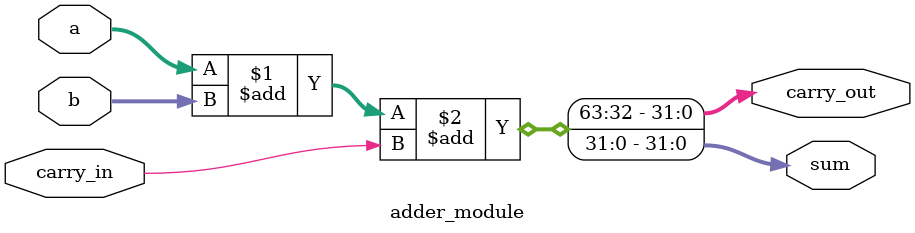
<source format=v>
module add_sub_module(
    input [31:0] a,
    input [31:0] b,
    input sub,
    output [31:0] sum
);

    wire [31:0] inverted_b;
    wire [31:0] carry_out;
    wire [31:0] temp_sum;

    assign inverted_b = ~b;

    // Adder module
    adder_module adder(
        .a(a),
        .b(inverted_b),
        .carry_in(sub),
        .sum(temp_sum),
        .carry_out(carry_out)
    );

    // XOR gate
    assign sum = (sub) ? temp_sum + 1 : temp_sum;

endmodule

module adder_module(
    input [31:0] a,
    input [31:0] b,
    input carry_in,
    output [31:0] sum,
    output [31:0] carry_out
);

    assign {carry_out, sum} = a + b + carry_in;

endmodule
</source>
